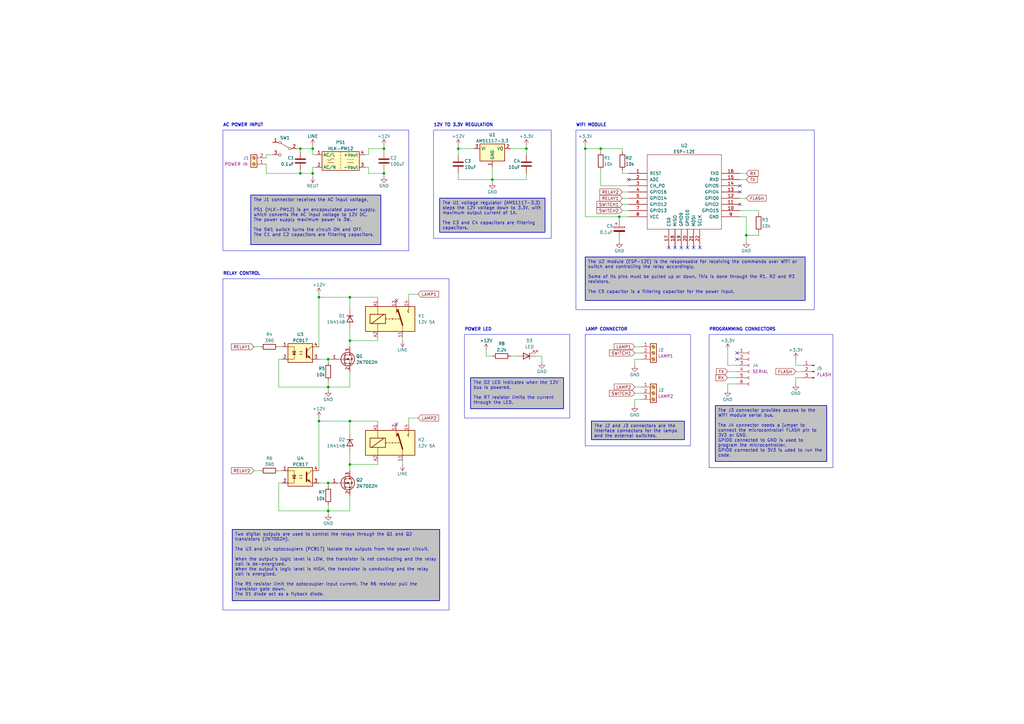
<source format=kicad_sch>
(kicad_sch (version 20230121) (generator eeschema)
  (paper "A3")
  (title_block (title "Lamp Module X2") (date "2024-05-09") (rev "1.1") (company "Alan Carvalho"))
  (lib_symbols
    (symbol "Connector:Conn_01x03_Pin" (pin_names (offset 1.016) hide)
      (property "Reference" "J" (at 0 5.08 0))
      (property "Value" "Conn_01x03_Pin" (at 0 -5.08 0))
      (symbol "Conn_01x03_Pin_1_1"
        (polyline (pts (xy 1.27 -2.54) (xy 0.8636 -2.54)) (stroke (width 0.1524)))
        (polyline (pts (xy 1.27 0) (xy 0.8636 0)) (stroke (width 0.1524)))
        (polyline (pts (xy 1.27 2.54) (xy 0.8636 2.54)) (stroke (width 0.1524)))
        (rectangle (start 0.8636 -2.413) (end 0 -2.667) (stroke (width 0.1524)) (fill (type outline)))
        (rectangle (start 0.8636 0.127) (end 0 -0.127) (stroke (width 0.1524)) (fill (type outline)))
        (rectangle (start 0.8636 2.667) (end 0 2.413) (stroke (width 0.1524)) (fill (type outline)))
        (pin passive line (at 5.08 2.54 180) (length 3.81) (name "Pin_1") (number "1"))
        (pin passive line (at 5.08 0 180) (length 3.81) (name "Pin_2") (number "2"))
        (pin passive line (at 5.08 -2.54 180) (length 3.81) (name "Pin_3") (number "3"))
      )
    )
    (symbol "Connector:Conn_01x06_Socket" (pin_names (offset 1.016) hide)
      (property "Reference" "J" (at 0 7.62 0))
      (property "Value" "Conn_01x06_Socket" (at 0 -10.16 0))
      (symbol "Conn_01x06_Socket_1_1"
        (arc (start 0 -7.112) (mid -0.5058 -7.62) (end 0 -8.128) (stroke (width 0.1524)))
        (arc (start 0 -4.572) (mid -0.5058 -5.08) (end 0 -5.588) (stroke (width 0.1524)))
        (arc (start 0 -2.032) (mid -0.5058 -2.54) (end 0 -3.048) (stroke (width 0.1524)))
        (polyline (pts (xy -1.27 -7.62) (xy -0.508 -7.62)) (stroke (width 0.1524)))
        (polyline (pts (xy -1.27 -5.08) (xy -0.508 -5.08)) (stroke (width 0.1524)))
        (polyline (pts (xy -1.27 -2.54) (xy -0.508 -2.54)) (stroke (width 0.1524)))
        (polyline (pts (xy -1.27 0) (xy -0.508 0)) (stroke (width 0.1524)))
        (polyline (pts (xy -1.27 2.54) (xy -0.508 2.54)) (stroke (width 0.1524)))
        (polyline (pts (xy -1.27 5.08) (xy -0.508 5.08)) (stroke (width 0.1524)))
        (arc (start 0 0.508) (mid -0.5058 0) (end 0 -0.508) (stroke (width 0.1524)))
        (arc (start 0 3.048) (mid -0.5058 2.54) (end 0 2.032) (stroke (width 0.1524)))
        (arc (start 0 5.588) (mid -0.5058 5.08) (end 0 4.572) (stroke (width 0.1524)))
        (pin passive line (at -5.08 5.08 0) (length 3.81) (name "Pin_1") (number "1"))
        (pin passive line (at -5.08 2.54 0) (length 3.81) (name "Pin_2") (number "2"))
        (pin passive line (at -5.08 0 0) (length 3.81) (name "Pin_3") (number "3"))
        (pin passive line (at -5.08 -2.54 0) (length 3.81) (name "Pin_4") (number "4"))
        (pin passive line (at -5.08 -5.08 0) (length 3.81) (name "Pin_5") (number "5"))
        (pin passive line (at -5.08 -7.62 0) (length 3.81) (name "Pin_6") (number "6"))
      )
    )
    (symbol "Connector:Screw_Terminal_01x02" (pin_names (offset 1.016) hide)
      (property "Reference" "J" (at 0 2.54 0))
      (property "Value" "Screw_Terminal_01x02" (at 0 -5.08 0))
      (symbol "Screw_Terminal_01x02_1_1"
        (rectangle (start -1.27 1.27) (end 1.27 -3.81) (stroke (width 0.254)) (fill (type background)))
        (circle (center 0 -2.54) (radius 0.635) (stroke (width 0.1524)))
        (polyline (pts (xy -0.5334 -2.2098) (xy 0.3302 -3.048)) (stroke (width 0.1524)))
        (polyline (pts (xy -0.5334 0.3302) (xy 0.3302 -0.508)) (stroke (width 0.1524)))
        (polyline (pts (xy -0.3556 -2.032) (xy 0.508 -2.8702)) (stroke (width 0.1524)))
        (polyline (pts (xy -0.3556 0.508) (xy 0.508 -0.3302)) (stroke (width 0.1524)))
        (circle (center 0 0) (radius 0.635) (stroke (width 0.1524)))
        (pin passive line (at -5.08 0 0) (length 3.81) (name "Pin_1") (number "1"))
        (pin passive line (at -5.08 -2.54 0) (length 3.81) (name "Pin_2") (number "2"))
      )
    )
    (symbol "Connector:Screw_Terminal_01x03" (pin_names (offset 1.016) hide)
      (property "Reference" "J" (at 0 5.08 0))
      (property "Value" "Screw_Terminal_01x03" (at 0 -5.08 0))
      (symbol "Screw_Terminal_01x03_1_1"
        (rectangle (start -1.27 3.81) (end 1.27 -3.81) (stroke (width 0.254)) (fill (type background)))
        (circle (center 0 -2.54) (radius 0.635) (stroke (width 0.1524)))
        (polyline (pts (xy -0.5334 -2.2098) (xy 0.3302 -3.048)) (stroke (width 0.1524)))
        (polyline (pts (xy -0.5334 0.3302) (xy 0.3302 -0.508)) (stroke (width 0.1524)))
        (polyline (pts (xy -0.5334 2.8702) (xy 0.3302 2.032)) (stroke (width 0.1524)))
        (polyline (pts (xy -0.3556 -2.032) (xy 0.508 -2.8702)) (stroke (width 0.1524)))
        (polyline (pts (xy -0.3556 0.508) (xy 0.508 -0.3302)) (stroke (width 0.1524)))
        (polyline (pts (xy -0.3556 3.048) (xy 0.508 2.2098)) (stroke (width 0.1524)))
        (circle (center 0 0) (radius 0.635) (stroke (width 0.1524)))
        (circle (center 0 2.54) (radius 0.635) (stroke (width 0.1524)))
        (pin passive line (at -5.08 2.54 0) (length 3.81) (name "Pin_1") (number "1"))
        (pin passive line (at -5.08 0 0) (length 3.81) (name "Pin_2") (number "2"))
        (pin passive line (at -5.08 -2.54 0) (length 3.81) (name "Pin_3") (number "3"))
      )
    )
    (symbol "Converter_ACDC:HLK-PM12"
      (property "Reference" "PS" (at 0 5.08 0))
      (property "Value" "HLK-PM12" (at 0 -5.08 0))
      (symbol "HLK-PM12_0_1"
        (rectangle (start -7.62 3.81) (end 7.62 -3.81) (stroke (width 0.254)) (fill (type background)))
        (arc (start -5.334 0.635) (mid -4.699 0.2495) (end -4.064 0.635))
        (arc (start -2.794 0.635) (mid -3.429 1.0072) (end -4.064 0.635))
        (polyline (pts (xy -5.334 -0.635) (xy -2.794 -0.635)))
        (polyline (pts (xy 0 -2.54) (xy 0 -3.175)))
        (polyline (pts (xy 0 -1.27) (xy 0 -1.905)))
        (polyline (pts (xy 0 0) (xy 0 -0.635)))
        (polyline (pts (xy 0 1.27) (xy 0 0.635)))
        (polyline (pts (xy 0 2.54) (xy 0 1.905)))
        (polyline (pts (xy 0 3.81) (xy 0 3.175)))
        (polyline (pts (xy 2.794 -0.635) (xy 5.334 -0.635)))
        (polyline (pts (xy 2.794 0.635) (xy 3.302 0.635)))
        (polyline (pts (xy 3.81 0.635) (xy 4.318 0.635)))
        (polyline (pts (xy 4.826 0.635) (xy 5.334 0.635)))
      )
      (symbol "HLK-PM12_1_1"
        (pin power_in line (at -10.16 2.54 0) (length 2.54) (name "AC/L") (number "1"))
        (pin power_in line (at -10.16 -2.54 0) (length 2.54) (name "AC/N") (number "2"))
        (pin power_out line (at 10.16 -2.54 180) (length 2.54) (name "-Vout") (number "3"))
        (pin power_out line (at 10.16 2.54 180) (length 2.54) (name "+Vout") (number "4"))
      )
    )
    (symbol "Device:C" (pin_numbers hide) (pin_names (offset 0.254))
      (property "Reference" "C" (at 0.635 2.54 0))
      (property "Value" "C" (at 0.635 -2.54 0))
      (symbol "C_0_1"
        (polyline (pts (xy -2.032 -0.762) (xy 2.032 -0.762)) (stroke (width 0.508)))
        (polyline (pts (xy -2.032 0.762) (xy 2.032 0.762)) (stroke (width 0.508)))
      )
      (symbol "C_1_1"
        (pin passive line (at 0 3.81 270) (length 2.794) (name "~") (number "1"))
        (pin passive line (at 0 -3.81 90) (length 2.794) (name "~") (number "2"))
      )
    )
    (symbol "Device:C_Polarized" (pin_numbers hide) (pin_names (offset 0.254))
      (property "Reference" "C" (at 0.635 2.54 0))
      (property "Value" "C_Polarized" (at 0.635 -2.54 0))
      (symbol "C_Polarized_0_1"
        (rectangle (start -2.286 0.508) (end 2.286 1.016))
        (polyline (pts (xy -1.778 2.286) (xy -0.762 2.286)))
        (polyline (pts (xy -1.27 2.794) (xy -1.27 1.778)))
        (rectangle (start 2.286 -0.508) (end -2.286 -1.016) (fill (type outline)))
      )
      (symbol "C_Polarized_1_1"
        (pin passive line (at 0 3.81 270) (length 2.794) (name "~") (number "1"))
        (pin passive line (at 0 -3.81 90) (length 2.794) (name "~") (number "2"))
      )
    )
    (symbol "Device:LED" (pin_numbers hide) (pin_names (offset 1.016) hide)
      (property "Reference" "D" (at 0 2.54 0))
      (property "Value" "LED" (at 0 -2.54 0))
      (symbol "LED_0_1"
        (polyline (pts (xy -1.27 -1.27) (xy -1.27 1.27)) (stroke (width 0.254)))
        (polyline (pts (xy -1.27 0) (xy 1.27 0)))
        (polyline (pts (xy 1.27 -1.27) (xy 1.27 1.27) (xy -1.27 0) (xy 1.27 -1.27)) (stroke (width 0.254)))
        (polyline (pts (xy -3.048 -0.762) (xy -4.572 -2.286) (xy -3.81 -2.286) (xy -4.572 -2.286) (xy -4.572 -1.524)))
        (polyline (pts (xy -1.778 -0.762) (xy -3.302 -2.286) (xy -2.54 -2.286) (xy -3.302 -2.286) (xy -3.302 -1.524)))
      )
      (symbol "LED_1_1"
        (pin passive line (at -3.81 0 0) (length 2.54) (name "K") (number "1"))
        (pin passive line (at 3.81 0 180) (length 2.54) (name "A") (number "2"))
      )
    )
    (symbol "Device:R" (pin_numbers hide) (pin_names (offset 0))
      (property "Reference" "R" (at 2.032 0 90))
      (property "Value" "R" (at 0 0 90))
      (symbol "R_0_1"
        (rectangle (start -1.016 -2.54) (end 1.016 2.54) (stroke (width 0.254)))
      )
      (symbol "R_1_1"
        (pin passive line (at 0 3.81 270) (length 1.27) (name "~") (number "1"))
        (pin passive line (at 0 -3.81 90) (length 1.27) (name "~") (number "2"))
      )
    )
    (symbol "Diode:1N4148" (pin_numbers hide) (pin_names hide)
      (property "Reference" "D" (at 0 2.54 0))
      (property "Value" "1N4148" (at 0 -2.54 0))
      (symbol "1N4148_0_1"
        (polyline (pts (xy -1.27 1.27) (xy -1.27 -1.27)) (stroke (width 0.254)))
        (polyline (pts (xy 1.27 0) (xy -1.27 0)))
        (polyline (pts (xy 1.27 1.27) (xy 1.27 -1.27) (xy -1.27 0) (xy 1.27 1.27)) (stroke (width 0.254)))
      )
      (symbol "1N4148_1_1"
        (pin passive line (at -3.81 0 0) (length 2.54) (name "K") (number "1"))
        (pin passive line (at 3.81 0 180) (length 2.54) (name "A") (number "2"))
      )
    )
    (symbol "ESP8266:ESP-12E" (pin_names (offset 1.016))
      (property "Reference" "U" (at 0 -2.54 0))
      (property "Value" "ESP-12E" (at 0 2.54 0))
      (symbol "ESP-12E_1_0"
        (rectangle (start -15.24 -15.24) (end 15.24 15.24))
      )
      (symbol "ESP-12E_1_1"
        (pin input line (at -22.86 7.62 0) (length 7.62) (name "REST") (number "1"))
        (pin bidirectional line (at 22.86 -7.62 180) (length 7.62) (name "GPIO15") (number "10"))
        (pin bidirectional line (at 22.86 -5.08 180) (length 7.62) (name "GPIO2") (number "11"))
        (pin bidirectional line (at 22.86 -2.54 180) (length 7.62) (name "GPIO0") (number "12"))
        (pin bidirectional line (at 22.86 0 180) (length 7.62) (name "GPIO4") (number "13"))
        (pin bidirectional line (at 22.86 2.54 180) (length 7.62) (name "GPIO5") (number "14"))
        (pin input line (at 22.86 5.08 180) (length 7.62) (name "RXD") (number "15"))
        (pin output line (at 22.86 7.62 180) (length 7.62) (name "TXD") (number "16"))
        (pin bidirectional line (at -6.35 -22.86 90) (length 7.62) (name "CS0") (number "17"))
        (pin bidirectional line (at -3.81 -22.86 90) (length 7.62) (name "MISO") (number "18"))
        (pin bidirectional line (at -1.27 -22.86 90) (length 7.62) (name "GPIO9") (number "19"))
        (pin passive line (at -22.86 5.08 0) (length 7.62) (name "ADC") (number "2"))
        (pin bidirectional line (at 1.27 -22.86 90) (length 7.62) (name "GPIO10") (number "20"))
        (pin bidirectional line (at 3.81 -22.86 90) (length 7.62) (name "MOSI") (number "21"))
        (pin bidirectional line (at 6.35 -22.86 90) (length 7.62) (name "SCLK") (number "22"))
        (pin input line (at -22.86 2.54 0) (length 7.62) (name "CH_PD") (number "3"))
        (pin bidirectional line (at -22.86 0 0) (length 7.62) (name "GPIO16") (number "4"))
        (pin bidirectional line (at -22.86 -2.54 0) (length 7.62) (name "GPIO14") (number "5"))
        (pin bidirectional line (at -22.86 -5.08 0) (length 7.62) (name "GPIO12") (number "6"))
        (pin bidirectional line (at -22.86 -7.62 0) (length 7.62) (name "GPIO13") (number "7"))
        (pin power_in line (at -22.86 -10.16 0) (length 7.62) (name "VCC") (number "8"))
        (pin power_in line (at 22.86 -10.16 180) (length 7.62) (name "GND") (number "9"))
      )
    )
    (symbol "Isolator:PC817" (pin_names (offset 1.016))
      (property "Reference" "U" (at -5.08 5.08 0))
      (property "Value" "PC817" (at 0 5.08 0))
      (symbol "PC817_0_1"
        (rectangle (start -5.08 3.81) (end 5.08 -3.81) (stroke (width 0.254)) (fill (type background)))
        (polyline (pts (xy -3.175 -0.635) (xy -1.905 -0.635)) (stroke (width 0.254)))
        (polyline (pts (xy 2.54 0.635) (xy 4.445 2.54)))
        (polyline (pts (xy 4.445 -2.54) (xy 2.54 -0.635)) (fill (type outline)))
        (polyline (pts (xy 4.445 -2.54) (xy 5.08 -2.54)))
        (polyline (pts (xy 4.445 2.54) (xy 5.08 2.54)))
        (polyline (pts (xy -5.08 2.54) (xy -2.54 2.54) (xy -2.54 -0.635)))
        (polyline (pts (xy -2.54 -0.635) (xy -2.54 -2.54) (xy -5.08 -2.54)))
        (polyline (pts (xy 2.54 1.905) (xy 2.54 -1.905) (xy 2.54 -1.905)) (stroke (width 0.508)))
        (polyline (pts (xy -2.54 -0.635) (xy -3.175 0.635) (xy -1.905 0.635) (xy -2.54 -0.635)) (stroke (width 0.254)))
        (polyline (pts (xy -0.508 -0.508) (xy 0.762 -0.508) (xy 0.381 -0.635) (xy 0.381 -0.381) (xy 0.762 -0.508)))
        (polyline (pts (xy -0.508 0.508) (xy 0.762 0.508) (xy 0.381 0.381) (xy 0.381 0.635) (xy 0.762 0.508)))
        (polyline (pts (xy 3.048 -1.651) (xy 3.556 -1.143) (xy 4.064 -2.159) (xy 3.048 -1.651) (xy 3.048 -1.651)) (fill (type outline)))
      )
      (symbol "PC817_1_1"
        (pin passive line (at -7.62 2.54 0) (length 2.54) (name "~") (number "1"))
        (pin passive line (at -7.62 -2.54 0) (length 2.54) (name "~") (number "2"))
        (pin passive line (at 7.62 -2.54 180) (length 2.54) (name "~") (number "3"))
        (pin passive line (at 7.62 2.54 180) (length 2.54) (name "~") (number "4"))
      )
    )
    (symbol "Regulator_Linear:AMS1117-3.3"
      (property "Reference" "U" (at -3.81 3.175 0))
      (property "Value" "AMS1117-3.3" (at 0 3.175 0))
      (symbol "AMS1117-3.3_0_1"
        (rectangle (start -5.08 -5.08) (end 5.08 1.905) (stroke (width 0.254)) (fill (type background)))
      )
      (symbol "AMS1117-3.3_1_1"
        (pin power_in line (at 0 -7.62 90) (length 2.54) (name "GND") (number "1"))
        (pin power_out line (at 7.62 0 180) (length 2.54) (name "VO") (number "2"))
        (pin power_in line (at -7.62 0 0) (length 2.54) (name "VI") (number "3"))
      )
    )
    (symbol "Relay:FINDER-36.11"
      (property "Reference" "K" (at 11.43 3.81 0))
      (property "Value" "FINDER-36.11" (at 11.43 1.27 0))
      (symbol "FINDER-36.11_0_0"
        (polyline (pts (xy 2.54 3.81) (xy 2.54 5.08)))
        (polyline (pts (xy 7.62 3.81) (xy 7.62 5.08)))
        (polyline (pts (xy 7.62 3.81) (xy 7.62 2.54) (xy 6.985 3.175) (xy 7.62 3.81)))
      )
      (symbol "FINDER-36.11_0_1"
        (rectangle (start -10.16 5.08) (end 10.16 -5.08) (stroke (width 0.254)) (fill (type background)))
        (rectangle (start -8.255 1.905) (end -1.905 -1.905) (stroke (width 0.254)))
        (polyline (pts (xy -7.62 -1.905) (xy -2.54 1.905)) (stroke (width 0.254)))
        (polyline (pts (xy -5.08 -5.08) (xy -5.08 -1.905)))
        (polyline (pts (xy -5.08 5.08) (xy -5.08 1.905)))
        (polyline (pts (xy -1.905 0) (xy -1.27 0)) (stroke (width 0.254)))
        (polyline (pts (xy -0.635 0) (xy 0 0)) (stroke (width 0.254)))
        (polyline (pts (xy 0.635 0) (xy 1.27 0)) (stroke (width 0.254)))
        (polyline (pts (xy 0.635 0) (xy 1.27 0)) (stroke (width 0.254)))
        (polyline (pts (xy 1.905 0) (xy 2.54 0)) (stroke (width 0.254)))
        (polyline (pts (xy 3.175 0) (xy 3.81 0)) (stroke (width 0.254)))
        (polyline (pts (xy 5.08 -2.54) (xy 3.175 3.81)) (stroke (width 0.508)))
        (polyline (pts (xy 5.08 -2.54) (xy 5.08 -5.08)))
        (polyline (pts (xy 2.54 2.54) (xy 3.175 3.175) (xy 2.54 3.81)) (fill (type outline)))
      )
      (symbol "FINDER-36.11_1_1"
        (pin passive line (at 5.08 -7.62 90) (length 2.54) (name "~") (number "11"))
        (pin passive line (at 2.54 7.62 270) (length 2.54) (name "~") (number "12"))
        (pin passive line (at 7.62 7.62 270) (length 2.54) (name "~") (number "14"))
        (pin passive line (at -5.08 7.62 270) (length 2.54) (name "~") (number "A1"))
        (pin passive line (at -5.08 -7.62 90) (length 2.54) (name "~") (number "A2"))
      )
    )
    (symbol "Switch:SW_SPDT" (pin_names (offset 0) hide)
      (property "Reference" "SW" (at 0 4.318 0))
      (property "Value" "SW_SPDT" (at 0 -5.08 0))
      (symbol "SW_SPDT_0_0"
        (circle (center -2.032 0) (radius 0.508))
        (circle (center 2.032 -2.54) (radius 0.508))
      )
      (symbol "SW_SPDT_0_1"
        (polyline (pts (xy -1.524 0.254) (xy 1.651 2.286)))
        (circle (center 2.032 2.54) (radius 0.508))
      )
      (symbol "SW_SPDT_1_1"
        (pin passive line (at 5.08 2.54 180) (length 2.54) (name "A") (number "1"))
        (pin passive line (at -5.08 0 0) (length 2.54) (name "B") (number "2"))
        (pin passive line (at 5.08 -2.54 180) (length 2.54) (name "C") (number "3"))
      )
    )
    (symbol "Transistor_FET:2N7002H" (pin_names hide)
      (property "Reference" "Q" (at 5.08 1.905 0))
      (property "Value" "2N7002H" (at 5.08 0 0))
      (symbol "2N7002H_0_1"
        (polyline (pts (xy 0.254 0) (xy -2.54 0)))
        (polyline (pts (xy 0.254 1.905) (xy 0.254 -1.905)) (stroke (width 0.254)))
        (polyline (pts (xy 0.762 -1.27) (xy 0.762 -2.286)) (stroke (width 0.254)))
        (polyline (pts (xy 0.762 0.508) (xy 0.762 -0.508)) (stroke (width 0.254)))
        (polyline (pts (xy 0.762 2.286) (xy 0.762 1.27)) (stroke (width 0.254)))
        (polyline (pts (xy 2.54 2.54) (xy 2.54 1.778)))
        (polyline (pts (xy 2.54 -2.54) (xy 2.54 0) (xy 0.762 0)))
        (polyline (pts (xy 0.762 -1.778) (xy 3.302 -1.778) (xy 3.302 1.778) (xy 0.762 1.778)))
        (polyline (pts (xy 1.016 0) (xy 2.032 0.381) (xy 2.032 -0.381) (xy 1.016 0)) (fill (type outline)))
        (polyline (pts (xy 2.794 0.508) (xy 2.921 0.381) (xy 3.683 0.381) (xy 3.81 0.254)))
        (polyline (pts (xy 3.302 0.381) (xy 2.921 -0.254) (xy 3.683 -0.254) (xy 3.302 0.381)))
        (circle (center 1.651 0) (radius 2.794) (stroke (width 0.254)))
        (circle (center 2.54 -1.778) (radius 0.254) (fill (type outline)))
        (circle (center 2.54 1.778) (radius 0.254) (fill (type outline)))
      )
      (symbol "2N7002H_1_1"
        (pin input line (at -5.08 0 0) (length 2.54) (name "G") (number "1"))
        (pin passive line (at 2.54 -5.08 90) (length 2.54) (name "S") (number "2"))
        (pin passive line (at 2.54 5.08 270) (length 2.54) (name "D") (number "3"))
      )
    )
    (symbol "power:+12V" (power) (pin_names (offset 0))
      (property "Value" "+12V" (at 0 3.556 0))
      (symbol "+12V_0_1"
        (polyline (pts (xy -0.762 1.27) (xy 0 2.54)))
        (polyline (pts (xy 0 0) (xy 0 2.54)))
        (polyline (pts (xy 0 2.54) (xy 0.762 1.27)))
      )
      (symbol "+12V_1_1"
        (pin power_in line (at 0 0 90) (length 0) hide (name "+12V") (number "1"))
      )
    )
    (symbol "power:+3.3V" (power) (pin_names (offset 0))
      (property "Value" "+3.3V" (at 0 3.556 0))
      (symbol "+3.3V_0_1"
        (polyline (pts (xy -0.762 1.27) (xy 0 2.54)))
        (polyline (pts (xy 0 0) (xy 0 2.54)))
        (polyline (pts (xy 0 2.54) (xy 0.762 1.27)))
      )
      (symbol "+3.3V_1_1"
        (pin power_in line (at 0 0 90) (length 0) hide (name "+3.3V") (number "1"))
      )
    )
    (symbol "power:GND" (power) (pin_names (offset 0))
      (property "Value" "GND" (at 0 -3.81 0))
      (symbol "GND_0_1"
        (polyline (pts (xy 0 0) (xy 0 -1.27) (xy 1.27 -1.27) (xy 0 -2.54) (xy -1.27 -1.27) (xy 0 -1.27)))
      )
      (symbol "GND_1_1"
        (pin power_in line (at 0 0 270) (length 0) hide (name "GND") (number "1"))
      )
    )
    (symbol "power:LINE" (power) (pin_names (offset 0))
      (property "Value" "LINE" (at 0 3.81 0))
      (symbol "LINE_0_1"
        (polyline (pts (xy -0.762 1.27) (xy 0 2.54)))
        (polyline (pts (xy 0 0) (xy 0 2.54)))
        (polyline (pts (xy 0 2.54) (xy 0.762 1.27)))
      )
      (symbol "LINE_1_1"
        (pin power_in line (at 0 0 90) (length 0) hide (name "LINE") (number "1"))
      )
    )
    (symbol "power:NEUT" (power) (pin_names (offset 0))
      (property "Value" "NEUT" (at 0 3.81 0))
      (symbol "NEUT_0_1"
        (polyline (pts (xy -0.762 1.27) (xy 0 2.54)))
        (polyline (pts (xy 0 0) (xy 0 2.54)))
        (polyline (pts (xy 0 2.54) (xy 0.762 1.27)))
      )
      (symbol "NEUT_1_1"
        (pin power_in line (at 0 0 90) (length 0) hide (name "NEUT") (number "1"))
      )
    )
  )
  (junction (at 215.9 60.96))
  (junction (at 123.19 60.96))
  (junction (at 143.51 139.7))
  (junction (at 123.19 71.12))
  (junction (at 134.62 147.32))
  (junction (at 246.38 60.96))
  (junction (at 306.07 96.52))
  (junction (at 240.03 60.96))
  (junction (at 128.27 60.96))
  (junction (at 128.27 71.12))
  (junction (at 134.62 158.75))
  (junction (at 130.81 121.92))
  (junction (at 134.62 198.12))
  (junction (at 201.93 73.66))
  (junction (at 187.96 60.96))
  (junction (at 134.62 209.55))
  (junction (at 143.51 172.72))
  (junction (at 143.51 121.92))
  (junction (at 130.81 172.72))
  (junction (at 254 88.9))
  (junction (at 157.48 60.96))
  (junction (at 157.48 71.12))
  (junction (at 143.51 190.5))
  (no_connect (at 302.26 144.78))
  (no_connect (at 287.02 101.6))
  (no_connect (at 303.53 78.74))
  (no_connect (at 279.4 101.6))
  (no_connect (at 302.26 147.32))
  (no_connect (at 274.32 101.6))
  (no_connect (at 281.94 101.6))
  (no_connect (at 284.48 101.6))
  (no_connect (at 162.56 123.19))
  (no_connect (at 162.56 173.99))
  (no_connect (at 303.53 83.82))
  (no_connect (at 303.53 76.2))
  (no_connect (at 276.86 101.6))
  (no_connect (at 257.81 73.66))
  (wire (pts (xy 134.62 147.32) (xy 134.62 148.59)))
  (wire (pts (xy 260.35 158.75) (xy 262.89 158.75)))
  (wire (pts (xy 143.51 152.4) (xy 143.51 158.75)))
  (wire (pts (xy 154.94 121.92) (xy 154.94 123.19)))
  (wire (pts (xy 130.81 198.12) (xy 134.62 198.12)))
  (wire (pts (xy 201.93 73.66) (xy 187.96 73.66)))
  (wire (pts (xy 311.15 95.25) (xy 311.15 96.52)))
  (wire (pts (xy 123.19 60.96) (xy 128.27 60.96)))
  (wire (pts (xy 306.07 96.52) (xy 311.15 96.52)))
  (wire (pts (xy 121.92 60.96) (xy 123.19 60.96)))
  (wire (pts (xy 143.51 127) (xy 143.51 121.92)))
  (wire (pts (xy 298.45 157.48) (xy 302.26 157.48)))
  (wire (pts (xy 154.94 189.23) (xy 154.94 190.5)))
  (wire (pts (xy 143.51 185.42) (xy 143.51 190.5)))
  (wire (pts (xy 306.07 88.9) (xy 303.53 88.9)))
  (wire (pts (xy 303.53 81.28) (xy 306.07 81.28)))
  (wire (pts (xy 128.27 63.5) (xy 129.54 63.5)))
  (wire (pts (xy 326.39 157.48) (xy 326.39 154.94)))
  (wire (pts (xy 128.27 59.69) (xy 128.27 60.96)))
  (wire (pts (xy 157.48 60.96) (xy 157.48 62.23)))
  (wire (pts (xy 114.3 193.04) (xy 115.57 193.04)))
  (wire (pts (xy 128.27 68.58) (xy 129.54 68.58)))
  (wire (pts (xy 303.53 73.66) (xy 306.07 73.66)))
  (wire (pts (xy 109.22 67.31) (xy 109.22 71.12)))
  (wire (pts (xy 167.64 171.45) (xy 171.45 171.45)))
  (wire (pts (xy 167.64 173.99) (xy 167.64 171.45)))
  (wire (pts (xy 130.81 172.72) (xy 130.81 193.04)))
  (wire (pts (xy 134.62 156.21) (xy 134.62 158.75)))
  (wire (pts (xy 123.19 60.96) (xy 123.19 62.23)))
  (wire (pts (xy 298.45 149.86) (xy 302.26 149.86)))
  (wire (pts (xy 255.27 71.12) (xy 255.27 69.85)))
  (wire (pts (xy 260.35 142.24) (xy 262.89 142.24)))
  (wire (pts (xy 326.39 154.94) (xy 328.93 154.94)))
  (wire (pts (xy 298.45 160.02) (xy 298.45 157.48)))
  (wire (pts (xy 187.96 60.96) (xy 194.31 60.96)))
  (wire (pts (xy 222.25 146.05) (xy 222.25 148.59)))
  (wire (pts (xy 157.48 60.96) (xy 157.48 59.69)))
  (wire (pts (xy 157.48 72.39) (xy 157.48 71.12)))
  (wire (pts (xy 326.39 152.4) (xy 328.93 152.4)))
  (wire (pts (xy 143.51 172.72) (xy 130.81 172.72)))
  (wire (pts (xy 134.62 158.75) (xy 143.51 158.75)))
  (wire (pts (xy 114.3 142.24) (xy 115.57 142.24)))
  (wire (pts (xy 143.51 139.7) (xy 154.94 139.7)))
  (wire (pts (xy 134.62 207.01) (xy 134.62 209.55)))
  (wire (pts (xy 187.96 59.69) (xy 187.96 60.96)))
  (wire (pts (xy 298.45 143.51) (xy 298.45 149.86)))
  (wire (pts (xy 306.07 96.52) (xy 306.07 88.9)))
  (wire (pts (xy 187.96 71.12) (xy 187.96 73.66)))
  (wire (pts (xy 255.27 83.82) (xy 257.81 83.82)))
  (wire (pts (xy 104.14 142.24) (xy 106.68 142.24)))
  (wire (pts (xy 201.93 73.66) (xy 201.93 74.93)))
  (wire (pts (xy 215.9 59.69) (xy 215.9 60.96)))
  (wire (pts (xy 257.81 71.12) (xy 255.27 71.12)))
  (wire (pts (xy 143.51 203.2) (xy 143.51 209.55)))
  (wire (pts (xy 257.81 76.2) (xy 246.38 76.2)))
  (wire (pts (xy 114.3 198.12) (xy 114.3 209.55)))
  (wire (pts (xy 143.51 172.72) (xy 154.94 172.72)))
  (wire (pts (xy 143.51 190.5) (xy 154.94 190.5)))
  (wire (pts (xy 254 97.79) (xy 254 99.06)))
  (wire (pts (xy 219.71 146.05) (xy 222.25 146.05)))
  (wire (pts (xy 130.81 171.45) (xy 130.81 172.72)))
  (wire (pts (xy 151.13 68.58) (xy 149.86 68.58)))
  (wire (pts (xy 246.38 76.2) (xy 246.38 69.85)))
  (wire (pts (xy 134.62 209.55) (xy 134.62 210.82)))
  (wire (pts (xy 151.13 63.5) (xy 149.86 63.5)))
  (wire (pts (xy 134.62 198.12) (xy 134.62 199.39)))
  (wire (pts (xy 255.27 86.36) (xy 257.81 86.36)))
  (wire (pts (xy 134.62 209.55) (xy 143.51 209.55)))
  (wire (pts (xy 240.03 60.96) (xy 246.38 60.96)))
  (wire (pts (xy 201.93 68.58) (xy 201.93 73.66)))
  (wire (pts (xy 260.35 161.29) (xy 262.89 161.29)))
  (wire (pts (xy 111.76 63.5) (xy 109.22 63.5)))
  (wire (pts (xy 306.07 99.06) (xy 306.07 96.52)))
  (wire (pts (xy 143.51 134.62) (xy 143.51 139.7)))
  (wire (pts (xy 130.81 147.32) (xy 134.62 147.32)))
  (wire (pts (xy 165.1 189.23) (xy 165.1 190.5)))
  (wire (pts (xy 246.38 60.96) (xy 255.27 60.96)))
  (wire (pts (xy 109.22 63.5) (xy 109.22 64.77)))
  (wire (pts (xy 326.39 147.32) (xy 326.39 149.86)))
  (wire (pts (xy 260.35 166.37) (xy 260.35 163.83)))
  (wire (pts (xy 240.03 59.69) (xy 240.03 60.96)))
  (wire (pts (xy 143.51 121.92) (xy 154.94 121.92)))
  (wire (pts (xy 255.27 78.74) (xy 257.81 78.74)))
  (wire (pts (xy 215.9 71.12) (xy 215.9 73.66)))
  (wire (pts (xy 115.57 198.12) (xy 114.3 198.12)))
  (wire (pts (xy 215.9 73.66) (xy 201.93 73.66)))
  (wire (pts (xy 154.94 138.43) (xy 154.94 139.7)))
  (wire (pts (xy 151.13 68.58) (xy 151.13 71.12)))
  (wire (pts (xy 215.9 63.5) (xy 215.9 60.96)))
  (wire (pts (xy 143.51 121.92) (xy 130.81 121.92)))
  (wire (pts (xy 167.64 123.19) (xy 167.64 120.65)))
  (wire (pts (xy 123.19 71.12) (xy 128.27 71.12)))
  (wire (pts (xy 167.64 120.65) (xy 171.45 120.65)))
  (wire (pts (xy 260.35 163.83) (xy 262.89 163.83)))
  (wire (pts (xy 240.03 88.9) (xy 254 88.9)))
  (wire (pts (xy 303.53 71.12) (xy 306.07 71.12)))
  (wire (pts (xy 143.51 139.7) (xy 143.51 142.24)))
  (wire (pts (xy 151.13 60.96) (xy 157.48 60.96)))
  (wire (pts (xy 260.35 144.78) (xy 262.89 144.78)))
  (wire (pts (xy 151.13 60.96) (xy 151.13 63.5)))
  (wire (pts (xy 311.15 87.63) (xy 311.15 86.36)))
  (wire (pts (xy 143.51 177.8) (xy 143.51 172.72)))
  (wire (pts (xy 199.39 146.05) (xy 199.39 143.51)))
  (wire (pts (xy 260.35 149.86) (xy 260.35 147.32)))
  (wire (pts (xy 114.3 209.55) (xy 134.62 209.55)))
  (wire (pts (xy 157.48 69.85) (xy 157.48 71.12)))
  (wire (pts (xy 143.51 190.5) (xy 143.51 193.04)))
  (wire (pts (xy 109.22 71.12) (xy 123.19 71.12)))
  (wire (pts (xy 128.27 60.96) (xy 128.27 63.5)))
  (wire (pts (xy 114.3 158.75) (xy 134.62 158.75)))
  (wire (pts (xy 104.14 193.04) (xy 106.68 193.04)))
  (wire (pts (xy 115.57 147.32) (xy 114.3 147.32)))
  (wire (pts (xy 114.3 147.32) (xy 114.3 158.75)))
  (wire (pts (xy 128.27 71.12) (xy 128.27 68.58)))
  (wire (pts (xy 240.03 60.96) (xy 240.03 88.9)))
  (wire (pts (xy 209.55 146.05) (xy 212.09 146.05)))
  (wire (pts (xy 134.62 158.75) (xy 134.62 160.02)))
  (wire (pts (xy 154.94 172.72) (xy 154.94 173.99)))
  (wire (pts (xy 215.9 60.96) (xy 209.55 60.96)))
  (wire (pts (xy 187.96 63.5) (xy 187.96 60.96)))
  (wire (pts (xy 130.81 120.65) (xy 130.81 121.92)))
  (wire (pts (xy 165.1 138.43) (xy 165.1 139.7)))
  (wire (pts (xy 134.62 147.32) (xy 135.89 147.32)))
  (wire (pts (xy 255.27 81.28) (xy 257.81 81.28)))
  (wire (pts (xy 326.39 149.86) (xy 328.93 149.86)))
  (wire (pts (xy 260.35 147.32) (xy 262.89 147.32)))
  (wire (pts (xy 151.13 71.12) (xy 157.48 71.12)))
  (wire (pts (xy 311.15 86.36) (xy 303.53 86.36)))
  (wire (pts (xy 128.27 71.12) (xy 128.27 72.39)))
  (wire (pts (xy 134.62 198.12) (xy 135.89 198.12)))
  (wire (pts (xy 123.19 69.85) (xy 123.19 71.12)))
  (wire (pts (xy 201.93 146.05) (xy 199.39 146.05)))
  (wire (pts (xy 255.27 62.23) (xy 255.27 60.96)))
  (wire (pts (xy 254 88.9) (xy 254 90.17)))
  (wire (pts (xy 298.45 152.4) (xy 302.26 152.4)))
  (wire (pts (xy 130.81 121.92) (xy 130.81 142.24)))
  (wire (pts (xy 254 88.9) (xy 257.81 88.9)))
  (wire (pts (xy 246.38 62.23) (xy 246.38 60.96)))
  (wire (pts (xy 298.45 154.94) (xy 302.26 154.94)))
  (rectangle (start 290.83 137.16) (end 341.63 191.77))
  (rectangle (start 177.8 53.34) (end 226.06 97.79))
  (rectangle (start 236.22 53.34) (end 334.01 127))
  (rectangle (start 240.03 137.16) (end 283.21 182.88))
  (rectangle (start 91.44 53.34) (end 167.64 102.87))
  (rectangle (start 190.5 137.16) (end 233.68 171.45))
  (rectangle (start 91.44 114.3) (end 184.15 250.19))
  (text_box "The J1 connector receives the AC input voltage.\n\nPS1 (HLK-PM12) is an encapsulated power supply, which converts the AC input voltage to 12V DC.\nThe power supply maximum power is 3W. \n\nThe SW1 switch turns the circuit ON and OFF. \nThe C1 and C2 capacitors are filtering capacitors." (at 102.87 80.01 0) (size 53.34 20.32) (stroke (width 0.3)) (fill (type color) (color 194 194 194 1)) (effects (font (size 1.27 1.27)) (justify left top)))
  (text_box "Two digital outputs are used to control the relays through the Q1 and Q2 transistors (2N7002H).\n\nThe U3 and U4 optocouplers (PC817) isolate the outputs from the power circuit.\n\nWhen the output's logic level is LOW, the transistor is not conducting and the relay coil is de-energized.\nWhen the output's logic level is HIGH, the transistor is conducting and the relay coil is energized.\n\nThe R5 resistor limit the optocoupler input current. The R6 resistor pull the transistor gate down.\nThe D1 diode act as a flyback diode." (at 95.25 217.17 0) (size 85.09 29.21) (stroke (width 0.3)) (fill (type color) (color 194 194 194 1)) (effects (font (size 1.27 1.27)) (justify left top)))
  (text_box "The J3 connector provides access to the WiFi module serial bus.\n\nThe J4 connector needs a jumper to connect the microcontroller FLASH pin to 3V3 or GND.\nGPIO0 connected to GND is used to program the microcontroller.\nGPIO0 connected to 3V3 is uded to run the code." (at 293.37 166.37 0) (size 45.72 22.86) (stroke (width 0.3)) (fill (type color) (color 194 194 194 1)) (effects (font (size 1.27 1.27)) (justify left top)))
  (text_box "The D2 LED indicates when the 12V bus is powered.\n\nThe R7 resistor limits the current through the LED." (at 193.04 154.94 0) (size 38.1 12.7) (stroke (width 0.3)) (fill (type color) (color 194 194 194 1)) (effects (font (size 1.27 1.27)) (justify left top)))
  (text_box "The U2 module (ESP-12E) is the responsable for receiving the commands over WiFi or switch and controlling the relay accordingly.\n\nSome of its pins must be pulled up or down. This is done through the R1, R2 and R3 resistors.\n\nThe C5 capacitor is a filtering capacitor for the power input." (at 240.03 105.41 0) (size 90.17 17.78) (stroke (width 0.3)) (fill (type color) (color 194 194 194 1)) (effects (font (size 1.27 1.27)) (justify left top)))
  (text_box "The U1 voltage regulator (AMS1117-3.3) steps the 12V voltage down to 3,3V, with maximum output current of 1A.\n \nThe C3 and C4 capacitors are filtering capacitors." (at 180.34 81.28 0) (size 43.18 13.97) (stroke (width 0.3)) (fill (type color) (color 194 194 194 1)) (effects (font (size 1.27 1.27)) (justify left top)))
  (text_box "The J2 and J3 connectors are the interface connectors for the lamps and the external switches." (at 242.57 172.72 0) (size 38.1 7.62) (stroke (width 0.3)) (fill (type color) (color 194 194 194 1)) (effects (font (size 1.27 1.27)) (justify left top)))
  (text "PROGRAMMING CONNECTORS" (at 290.83 135.89 0) (effects (font (size 1.27 1.27) (thickness 0.254) bold) (justify left bottom)))
  (text "RELAY CONTROL" (at 91.44 113.03 0) (effects (font (size 1.27 1.27) (thickness 0.254) bold) (justify left bottom)))
  (text "POWER LED" (at 190.5 135.89 0) (effects (font (size 1.27 1.27) (thickness 0.254) bold) (justify left bottom)))
  (text "AC POWER INPUT" (at 91.44 52.07 0) (effects (font (size 1.27 1.27) (thickness 0.254) bold) (justify left bottom)))
  (text "LAMP CONNECTOR" (at 240.03 135.89 0) (effects (font (size 1.27 1.27) (thickness 0.254) bold) (justify left bottom)))
  (text "WIFI MODULE" (at 236.22 52.07 0) (effects (font (size 1.27 1.27) (thickness 0.254) bold) (justify left bottom)))
  (text "12V TO 3.3V REGULATION" (at 177.8 52.07 0) (effects (font (size 1.27 1.27) (thickness 0.254) bold) (justify left bottom)))
  (global_label "SWITCH1" (shape input) (at 260.35 144.78 180) (property "Intersheetrefs" "${INTERSHEET_REFS}" (effects hide)))
  (global_label "TX" (shape input) (at 306.07 73.66 0) (property "Intersheetrefs" "${INTERSHEET_REFS}" (effects hide)))
  (global_label "TX" (shape input) (at 298.45 152.4 180) (property "Intersheetrefs" "${INTERSHEET_REFS}" (effects hide)))
  (global_label "RELAY1" (shape input) (at 104.14 142.24 180) (property "Intersheetrefs" "${INTERSHEET_REFS}" (effects hide)))
  (global_label "SWITCH2" (shape input) (at 255.27 86.36 180) (property "Intersheetrefs" "${INTERSHEET_REFS}" (effects hide)))
  (global_label "SWITCH2" (shape input) (at 260.35 161.29 180) (property "Intersheetrefs" "${INTERSHEET_REFS}" (effects hide)))
  (global_label "RELAY2" (shape input) (at 104.14 193.04 180) (property "Intersheetrefs" "${INTERSHEET_REFS}" (effects hide)))
  (global_label "LAMP2" (shape input) (at 260.35 158.75 180) (property "Intersheetrefs" "${INTERSHEET_REFS}" (effects hide)))
  (global_label "FLASH" (shape input) (at 326.39 152.4 180) (property "Intersheetrefs" "${INTERSHEET_REFS}" (effects hide)))
  (global_label "SWITCH1" (shape input) (at 255.27 83.82 180) (property "Intersheetrefs" "${INTERSHEET_REFS}" (effects hide)))
  (global_label "LAMP1" (shape input) (at 171.45 120.65 0) (property "Intersheetrefs" "${INTERSHEET_REFS}" (effects hide)))
  (global_label "RELAY1" (shape input) (at 255.27 81.28 180) (property "Intersheetrefs" "${INTERSHEET_REFS}" (effects hide)))
  (global_label "LAMP2" (shape input) (at 171.45 171.45 0) (property "Intersheetrefs" "${INTERSHEET_REFS}" (effects hide)))
  (global_label "FLASH" (shape input) (at 306.07 81.28 0) (property "Intersheetrefs" "${INTERSHEET_REFS}" (effects hide)))
  (global_label "RELAY2" (shape input) (at 255.27 78.74 180) (property "Intersheetrefs" "${INTERSHEET_REFS}" (effects hide)))
  (global_label "RX" (shape input) (at 298.45 154.94 180) (property "Intersheetrefs" "${INTERSHEET_REFS}" (effects hide)))
  (global_label "RX" (shape input) (at 306.07 71.12 0) (property "Intersheetrefs" "${INTERSHEET_REFS}" (effects hide)))
  (global_label "LAMP1" (shape input) (at 260.35 142.24 180) (property "Intersheetrefs" "${INTERSHEET_REFS}" (effects hide)))
  (symbol (lib_id "Switch:SW_SPDT") (at 116.84 60.96 0) (mirror y) (unit 1)
    (property "Reference" "SW1" (at 116.84 56.515 0))
    (property "Value" "SW_SPDT" (effects hide))
    (property "Footprint" "MyLibrary:Toggle_Switch_SelfLocking_7x7" (effects hide))
  )
  (symbol (lib_id "Diode:1N4148") (at 143.51 181.61 270) (unit 1)
    (property "Reference" "D2" (at 141.605 180.34 90) (effects (justify right)))
    (property "Value" "1N4148" (at 141.605 182.88 90) (effects (justify right)))
    (property "Footprint" "Diode_SMD:D_SOD-323F" (effects hide))
    (property "Datasheet" "https://assets.nexperia.com/documents/data-sheet/1N4148_1N4448.pdf" (effects hide))
  )
  (symbol (lib_id "Connector:Screw_Terminal_01x03") (at 267.97 161.29 0) (unit 1)
    (property "Reference" "J3" (at 269.875 160.02 0) (effects (justify left)))
    (property "Value" "Screw_Terminal_01x03" (effects hide))
    (property "Footprint" "TerminalBlock_Phoenix:TerminalBlock_Phoenix_MKDS-1,5-3-5.08_1x03_P5.08mm_Horizontal" (effects hide))
    (property "Description" "LAMP2" (at 269.875 162.56 0) (effects (justify left)))
  )
  (symbol (lib_id "power:GND") (at 134.62 160.02 0) (unit 1)
    (property "Reference" "#PWR08" (effects hide))
    (property "Value" "GND" (at 134.62 163.83 0))
  )
  (symbol (lib_id "Device:R") (at 134.62 152.4 0) (unit 1)
    (property "Reference" "R5" (at 133.35 151.13 0) (effects (justify right)))
    (property "Value" "10k" (at 133.35 153.67 0) (effects (justify right)))
    (property "Footprint" "Resistor_SMD:R_0603_1608Metric" (effects hide))
    (property "Tolerance" "5%" (effects hide))
    (property "Power" "1/10W" (effects hide))
  )
  (symbol (lib_id "power:GND") (at 306.07 99.06 0) (unit 1)
    (property "Reference" "#PWR06" (effects hide))
    (property "Value" "GND" (at 306.07 102.87 0))
  )
  (symbol (lib_id "Relay:FINDER-36.11") (at 160.02 130.81 0) (unit 1)
    (property "Reference" "K1" (at 171.45 129.54 0) (effects (justify left)))
    (property "Value" "12V 5A" (at 171.45 132.08 0) (effects (justify left)))
    (property "Footprint" "Relay_THT:Relay_SPDT_Finder_36.11" (effects hide))
    (property "Datasheet" "https://gfinder.findernet.com/public/attachments/36/EN/S36EN.pdf" (effects hide))
  )
  (symbol (lib_id "Device:C_Polarized") (at 254 93.98 0) (unit 1)
    (property "Reference" "C5" (at 251.46 92.71 0) (effects (justify right)))
    (property "Value" "0.1uF" (at 251.46 95.25 0) (effects (justify right)))
    (property "Footprint" "Capacitor_SMD:C_0603_1608Metric" (effects hide))
    (property "Voltage" "6.3V" (effects hide))
  )
  (symbol (lib_id "power:GND") (at 260.35 149.86 0) (unit 1)
    (property "Reference" "#PWR013" (effects hide))
    (property "Value" "GND" (at 260.35 153.67 0))
  )
  (symbol (lib_id "Connector:Conn_01x06_Socket") (at 307.34 149.86 0) (unit 1)
    (property "Reference" "J4" (at 308.61 149.86 0) (effects (justify left)))
    (property "Value" "Conn_01x06_Socket" (effects hide))
    (property "Footprint" "Connector_PinHeader_2.54mm:PinHeader_1x06_P2.54mm_Vertical" (effects hide))
    (property "Description" "SERIAL" (at 308.61 152.4 0) (effects (justify left)))
  )
  (symbol (lib_id "Transistor_FET:2N7002H") (at 140.97 198.12 0) (unit 1)
    (property "Reference" "Q2" (at 146.05 196.85 0) (effects (justify left)))
    (property "Value" "2N7002H" (at 146.05 199.39 0) (effects (justify left)))
    (property "Footprint" "Package_TO_SOT_SMD:SOT-23" (effects hide))
    (property "Datasheet" "http://www.diodes.com/assets/Datasheets/2N7002H.pdf" (effects hide))
  )
  (symbol (lib_id "power:GND") (at 260.35 166.37 0) (unit 1)
    (property "Reference" "#PWR017" (effects hide))
    (property "Value" "GND" (at 260.35 170.18 0))
  )
  (symbol (lib_id "power:+12V") (at 130.81 171.45 0) (unit 1)
    (property "Reference" "#PWR014" (effects hide))
    (property "Value" "+12V" (at 130.81 167.64 0))
  )
  (symbol (lib_id "Connector:Conn_01x03_Pin") (at 334.01 152.4 0) (mirror y) (unit 1)
    (property "Reference" "J5" (at 337.185 151.13 0) (effects (justify left)))
    (property "Value" "Conn_01x03_Socket" (effects hide))
    (property "Footprint" "Connector_PinSocket_2.54mm:PinSocket_1x03_P2.54mm_Vertical" (effects hide))
    (property "Description" "FLASH" (at 340.995 153.67 0) (effects (justify left)))
  )
  (symbol (lib_id "Transistor_FET:2N7002H") (at 140.97 147.32 0) (unit 1)
    (property "Reference" "Q1" (at 146.05 146.05 0) (effects (justify left)))
    (property "Value" "2N7002H" (at 146.05 148.59 0) (effects (justify left)))
    (property "Footprint" "Package_TO_SOT_SMD:SOT-23" (effects hide))
    (property "Datasheet" "http://www.diodes.com/assets/Datasheets/2N7002H.pdf" (effects hide))
  )
  (symbol (lib_id "power:LINE") (at 128.27 59.69 0) (unit 1)
    (property "Reference" "#PWR03" (effects hide))
    (property "Value" "LINE" (at 128.27 55.88 0))
  )
  (symbol (lib_id "power:GND") (at 326.39 157.48 0) (unit 1)
    (property "Reference" "#PWR010" (effects hide))
    (property "Value" "GND" (at 326.39 161.29 0))
  )
  (symbol (lib_id "Device:LED") (at 215.9 146.05 180) (unit 1)
    (property "Reference" "D3" (at 217.17 139.7 0))
    (property "Value" "LED" (at 217.17 142.24 0))
    (property "Footprint" "LED_SMD:LED_0603_1608Metric" (effects hide))
    (property "Color" "Green" (effects hide))
  )
  (symbol (lib_id "Relay:FINDER-36.11") (at 160.02 181.61 0) (unit 1)
    (property "Reference" "K2" (at 171.45 180.34 0) (effects (justify left)))
    (property "Value" "12V 5A" (at 171.45 182.88 0) (effects (justify left)))
    (property "Footprint" "Relay_THT:Relay_SPDT_Finder_36.11" (effects hide))
    (property "Datasheet" "https://gfinder.findernet.com/public/attachments/36/EN/S36EN.pdf" (effects hide))
  )
  (symbol (lib_id "power:GND") (at 201.93 74.93 0) (unit 1)
    (property "Reference" "#PWR022" (effects hide))
    (property "Value" "GND" (at 201.93 78.74 0))
  )
  (symbol (lib_id "power:GND") (at 254 99.06 0) (unit 1)
    (property "Reference" "#PWR018" (effects hide))
    (property "Value" "GND" (at 254 102.87 0))
  )
  (symbol (lib_id "Regulator_Linear:AMS1117-3.3") (at 201.93 60.96 0) (unit 1)
    (property "Reference" "U1" (at 201.93 55.245 0))
    (property "Value" "AMS1117-3.3" (at 201.93 57.785 0))
    (property "Footprint" "Package_TO_SOT_SMD:SOT-223-3_TabPin2" (effects hide))
    (property "Datasheet" "http://www.advanced-monolithic.com/pdf/ds1117.pdf" (effects hide))
    (property "Power" "3.3W" (effects hide))
  )
  (symbol (lib_id "Device:R") (at 311.15 91.44 0) (unit 1)
    (property "Reference" "R3" (at 312.42 90.17 0) (effects (justify left)))
    (property "Value" "10k" (at 312.42 92.71 0) (effects (justify left)))
    (property "Footprint" "Resistor_SMD:R_0603_1608Metric" (effects hide))
    (property "Tolerance" "5%" (effects hide))
    (property "Power" "1/10W" (effects hide))
  )
  (symbol (lib_id "Device:R") (at 246.38 66.04 0) (unit 1)
    (property "Reference" "R1" (at 247.65 64.77 0) (effects (justify left)))
    (property "Value" "10k" (at 247.65 67.31 0) (effects (justify left)))
    (property "Footprint" "Resistor_SMD:R_0603_1608Metric" (effects hide))
    (property "Tolerance" "5%" (effects hide))
    (property "Power" "1/10W" (effects hide))
  )
  (symbol (lib_id "power:LINE") (at 165.1 139.7 180) (unit 1)
    (property "Reference" "#PWR012" (effects hide))
    (property "Value" "LINE" (at 165.1 143.51 0))
  )
  (symbol (lib_id "power:GND") (at 157.48 72.39 0) (unit 1)
    (property "Reference" "#PWR01" (effects hide))
    (property "Value" "GND" (at 157.48 76.2 0))
  )
  (symbol (lib_id "Converter_ACDC:HLK-PM12") (at 139.7 66.04 0) (unit 1)
    (property "Reference" "PS1" (at 139.7 58.42 0))
    (property "Value" "HLK-PM12" (at 139.7 60.96 0))
    (property "Footprint" "Converter_ACDC:Converter_ACDC_HiLink_HLK-PMxx" (effects hide))
    (property "Datasheet" "https://datasheet.lcsc.com/lcsc/1909111105_HI-LINK-HLK-PM24_C399250.pdf" (effects hide))
    (property "Power" "3W" (effects hide))
  )
  (symbol (lib_id "Diode:1N4148") (at 143.51 130.81 270) (unit 1)
    (property "Reference" "D1" (at 141.605 129.54 90) (effects (justify right)))
    (property "Value" "1N4148" (at 141.605 132.08 90) (effects (justify right)))
    (property "Footprint" "Diode_SMD:D_SOD-323F" (effects hide))
    (property "Datasheet" "https://assets.nexperia.com/documents/data-sheet/1N4148_1N4448.pdf" (effects hide))
  )
  (symbol (lib_id "Device:C") (at 123.19 66.04 0) (unit 1)
    (property "Reference" "C1" (at 120.65 64.77 0) (effects (justify right)))
    (property "Value" "0.1uF" (at 120.65 67.31 0) (effects (justify right)))
    (property "Footprint" "Capacitor_THT:C_Rect_L18.0mm_W6.0mm_P15.00mm_FKS3_FKP3" (effects hide))
    (property "Voltage" "275V" (effects hide))
  )
  (symbol (lib_id "Device:R") (at 110.49 142.24 270) (unit 1)
    (property "Reference" "R4" (at 110.49 137.16 90))
    (property "Value" "390" (at 110.49 139.7 90))
    (property "Footprint" "Resistor_SMD:R_0603_1608Metric" (effects hide))
    (property "Tolerance" "5%" (effects hide))
    (property "Power" "1/10W" (effects hide))
  )
  (symbol (lib_id "Connector:Screw_Terminal_01x03") (at 267.97 144.78 0) (unit 1)
    (property "Reference" "J2" (at 269.875 143.51 0) (effects (justify left)))
    (property "Value" "Screw_Terminal_01x03" (effects hide))
    (property "Footprint" "TerminalBlock_Phoenix:TerminalBlock_Phoenix_MKDS-1,5-3-5.08_1x03_P5.08mm_Horizontal" (effects hide))
    (property "Description" "LAMP1" (at 269.875 146.05 0) (effects (justify left)))
  )
  (symbol (lib_id "power:NEUT") (at 128.27 72.39 180) (unit 1)
    (property "Reference" "#PWR04" (effects hide))
    (property "Value" "NEUT" (at 128.27 76.2 0))
  )
  (symbol (lib_id "Device:C") (at 187.96 67.31 0) (unit 1)
    (property "Reference" "C3" (at 190.5 66.04 0) (effects (justify left)))
    (property "Value" "10uF" (at 190.5 68.58 0) (effects (justify left)))
    (property "Footprint" "Capacitor_Tantalum_SMD:CP_EIA-3216-18_Kemet-A" (effects hide))
    (property "Voltage" "16V" (effects hide))
  )
  (symbol (lib_id "power:+3.3V") (at 298.45 143.51 0) (unit 1)
    (property "Reference" "#PWR019" (effects hide))
    (property "Value" "+3.3V" (at 298.45 139.7 0))
  )
  (symbol (lib_id "ESP8266:ESP-12E") (at 280.67 78.74 0) (unit 1)
    (property "Reference" "U2" (at 280.67 59.69 0))
    (property "Value" "ESP-12E" (at 280.67 62.23 0))
    (property "Footprint" "ESP8266:ESP-12E_SMD" (effects hide))
    (property "Datasheet" "https://components101.com/sites/default/files/2021-09/ESP12E-Datasheet.pdf" (effects hide))
  )
  (symbol (lib_id "Device:C") (at 215.9 67.31 0) (unit 1)
    (property "Reference" "C4" (at 213.36 66.04 0) (effects (justify right)))
    (property "Value" "10uF" (at 213.36 68.58 0) (effects (justify right)))
    (property "Footprint" "Capacitor_Tantalum_SMD:CP_EIA-3216-18_Kemet-A" (effects hide))
    (property "Voltage" "6.3V" (effects hide))
  )
  (symbol (lib_id "Device:R") (at 205.74 146.05 270) (unit 1)
    (property "Reference" "R8" (at 205.74 140.97 90))
    (property "Value" "2.2k" (at 205.74 143.51 90))
    (property "Footprint" "Resistor_SMD:R_0603_1608Metric" (effects hide))
    (property "Tolerance" "5%" (effects hide))
    (property "Power" "1/10W" (effects hide))
  )
  (symbol (lib_id "power:+12V") (at 130.81 120.65 0) (unit 1)
    (property "Reference" "#PWR09" (effects hide))
    (property "Value" "+12V" (at 130.81 116.84 0))
  )
  (symbol (lib_id "Isolator:PC817") (at 123.19 144.78 0) (unit 1)
    (property "Reference" "U3" (at 123.19 137.16 0))
    (property "Value" "PC817" (at 123.19 139.7 0))
    (property "Footprint" "Package_DIP:SMDIP-4_W7.62mm" (effects hide))
    (property "Datasheet" "http://www.soselectronic.cz/a_info/resource/d/pc817.pdf" (effects hide))
  )
  (symbol (lib_id "power:+12V") (at 187.96 59.69 0) (unit 1)
    (property "Reference" "#PWR02" (effects hide))
    (property "Value" "+12V" (at 187.96 55.88 0))
  )
  (symbol (lib_id "Device:R") (at 255.27 66.04 0) (unit 1)
    (property "Reference" "R2" (at 256.54 64.77 0) (effects (justify left)))
    (property "Value" "10k" (at 256.54 67.31 0) (effects (justify left)))
    (property "Footprint" "Resistor_SMD:R_0603_1608Metric" (effects hide))
    (property "Tolerance" "5%" (effects hide))
    (property "Power" "1/10W" (effects hide))
  )
  (symbol (lib_id "Device:R") (at 134.62 203.2 0) (unit 1)
    (property "Reference" "R7" (at 133.35 201.93 0) (effects (justify right)))
    (property "Value" "10k" (at 133.35 204.47 0) (effects (justify right)))
    (property "Footprint" "Resistor_SMD:R_0603_1608Metric" (effects hide))
    (property "Tolerance" "5%" (effects hide))
    (property "Power" "1/10W" (effects hide))
  )
  (symbol (lib_id "power:GND") (at 298.45 160.02 0) (unit 1)
    (property "Reference" "#PWR020" (effects hide))
    (property "Value" "GND" (at 298.45 163.83 0))
  )
  (symbol (lib_id "power:+12V") (at 199.39 143.51 0) (unit 1)
    (property "Reference" "#PWR024" (effects hide))
    (property "Value" "+12V" (at 199.39 139.7 0))
  )
  (symbol (lib_id "power:GND") (at 134.62 210.82 0) (unit 1)
    (property "Reference" "#PWR015" (effects hide))
    (property "Value" "GND" (at 134.62 214.63 0))
  )
  (symbol (lib_id "power:+3.3V") (at 215.9 59.69 0) (unit 1)
    (property "Reference" "#PWR07" (effects hide))
    (property "Value" "+3.3V" (at 215.9 55.88 0))
  )
  (symbol (lib_id "Device:R") (at 110.49 193.04 270) (unit 1)
    (property "Reference" "R6" (at 110.49 187.96 90))
    (property "Value" "390" (at 110.49 190.5 90))
    (property "Footprint" "Resistor_SMD:R_0603_1608Metric" (effects hide))
    (property "Tolerance" "5%" (effects hide))
    (property "Power" "1/10W" (effects hide))
  )
  (symbol (lib_id "power:GND") (at 222.25 148.59 0) (unit 1)
    (property "Reference" "#PWR023" (effects hide))
    (property "Value" "GND" (at 222.25 152.4 0))
  )
  (symbol (lib_id "power:LINE") (at 165.1 190.5 180) (unit 1)
    (property "Reference" "#PWR016" (effects hide))
    (property "Value" "LINE" (at 165.1 194.31 0))
  )
  (symbol (lib_id "Device:C") (at 157.48 66.04 0) (unit 1)
    (property "Reference" "C2" (at 160.02 64.77 0) (effects (justify left)))
    (property "Value" "100uF" (at 160.02 67.31 0) (effects (justify left)))
    (property "Footprint" "Capacitor_SMD:CP_Elec_6.3x7.7" (effects hide))
    (property "Voltage" "16V" (effects hide))
  )
  (symbol (lib_id "Connector:Screw_Terminal_01x02") (at 104.14 67.31 180) (unit 1)
    (property "Reference" "J1" (at 99.695 64.77 0) (effects (justify right)))
    (property "Value" "Screw_Terminal_01x02" (effects hide))
    (property "Footprint" "TerminalBlock_Phoenix:TerminalBlock_Phoenix_MKDS-1,5-2-5.08_1x02_P5.08mm_Horizontal" (effects hide))
    (property "Description" "POWER IN" (at 92.075 67.31 0) (effects (justify right)))
  )
  (symbol (lib_id "power:+3.3V") (at 240.03 59.69 0) (unit 1)
    (property "Reference" "#PWR05" (effects hide))
    (property "Value" "+3.3V" (at 240.03 55.88 0))
  )
  (symbol (lib_id "power:+12V") (at 157.48 59.69 0) (unit 1)
    (property "Reference" "#PWR021" (effects hide))
    (property "Value" "+12V" (at 157.48 55.88 0))
  )
  (symbol (lib_id "Isolator:PC817") (at 123.19 195.58 0) (unit 1)
    (property "Reference" "U4" (at 123.19 187.96 0))
    (property "Value" "PC817" (at 123.19 190.5 0))
    (property "Footprint" "Package_DIP:SMDIP-4_W7.62mm" (effects hide))
    (property "Datasheet" "http://www.soselectronic.cz/a_info/resource/d/pc817.pdf" (effects hide))
  )
  (symbol (lib_id "power:+3.3V") (at 326.39 147.32 0) (unit 1)
    (property "Reference" "#PWR011" (effects hide))
    (property "Value" "+3.3V" (at 326.39 143.51 0))
  )
)
</source>
